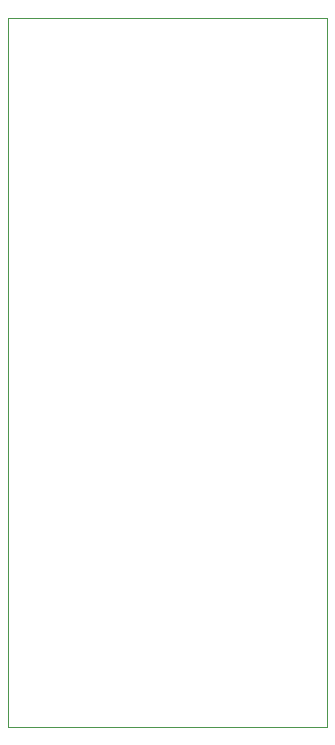
<source format=gm1>
G04 #@! TF.GenerationSoftware,KiCad,Pcbnew,(5.1.2)-1*
G04 #@! TF.CreationDate,2024-04-02T23:27:51+09:00*
G04 #@! TF.ProjectId,gpio40,6770696f-3430-42e6-9b69-6361645f7063,v1.0*
G04 #@! TF.SameCoordinates,Original*
G04 #@! TF.FileFunction,Profile,NP*
%FSLAX46Y46*%
G04 Gerber Fmt 4.6, Leading zero omitted, Abs format (unit mm)*
G04 Created by KiCad (PCBNEW (5.1.2)-1) date 2024-04-02 23:27:51*
%MOMM*%
%LPD*%
G04 APERTURE LIST*
%ADD10C,0.050000*%
G04 APERTURE END LIST*
D10*
X120000000Y-129000000D02*
X120000000Y-69000000D01*
X147000000Y-129000000D02*
X120000000Y-129000000D01*
X147000000Y-69000000D02*
X147000000Y-129000000D01*
X120000000Y-69000000D02*
X147000000Y-69000000D01*
M02*

</source>
